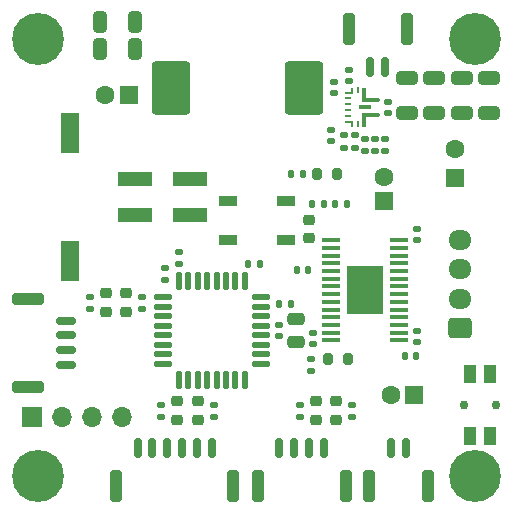
<source format=gbr>
%TF.GenerationSoftware,KiCad,Pcbnew,9.0.0*%
%TF.CreationDate,2025-08-20T08:39:56+02:00*%
%TF.ProjectId,SPARK,53504152-4b2e-46b6-9963-61645f706362,rev?*%
%TF.SameCoordinates,Original*%
%TF.FileFunction,Soldermask,Top*%
%TF.FilePolarity,Negative*%
%FSLAX46Y46*%
G04 Gerber Fmt 4.6, Leading zero omitted, Abs format (unit mm)*
G04 Created by KiCad (PCBNEW 9.0.0) date 2025-08-20 08:39:56*
%MOMM*%
%LPD*%
G01*
G04 APERTURE LIST*
G04 Aperture macros list*
%AMRoundRect*
0 Rectangle with rounded corners*
0 $1 Rounding radius*
0 $2 $3 $4 $5 $6 $7 $8 $9 X,Y pos of 4 corners*
0 Add a 4 corners polygon primitive as box body*
4,1,4,$2,$3,$4,$5,$6,$7,$8,$9,$2,$3,0*
0 Add four circle primitives for the rounded corners*
1,1,$1+$1,$2,$3*
1,1,$1+$1,$4,$5*
1,1,$1+$1,$6,$7*
1,1,$1+$1,$8,$9*
0 Add four rect primitives between the rounded corners*
20,1,$1+$1,$2,$3,$4,$5,0*
20,1,$1+$1,$4,$5,$6,$7,0*
20,1,$1+$1,$6,$7,$8,$9,0*
20,1,$1+$1,$8,$9,$2,$3,0*%
G04 Aperture macros list end*
%ADD10RoundRect,0.140000X0.170000X-0.140000X0.170000X0.140000X-0.170000X0.140000X-0.170000X-0.140000X0*%
%ADD11RoundRect,0.250000X-0.650000X0.325000X-0.650000X-0.325000X0.650000X-0.325000X0.650000X0.325000X0*%
%ADD12RoundRect,0.250000X0.475000X-0.250000X0.475000X0.250000X-0.475000X0.250000X-0.475000X-0.250000X0*%
%ADD13R,1.600000X1.600000*%
%ADD14C,1.600000*%
%ADD15RoundRect,0.150000X-0.150000X-0.700000X0.150000X-0.700000X0.150000X0.700000X-0.150000X0.700000X0*%
%ADD16RoundRect,0.250000X-0.250000X-1.100000X0.250000X-1.100000X0.250000X1.100000X-0.250000X1.100000X0*%
%ADD17RoundRect,0.135000X-0.135000X-0.185000X0.135000X-0.185000X0.135000X0.185000X-0.135000X0.185000X0*%
%ADD18RoundRect,0.218750X-0.256250X0.218750X-0.256250X-0.218750X0.256250X-0.218750X0.256250X0.218750X0*%
%ADD19RoundRect,0.135000X0.185000X-0.135000X0.185000X0.135000X-0.185000X0.135000X-0.185000X-0.135000X0*%
%ADD20RoundRect,0.100000X0.675000X0.100000X-0.675000X0.100000X-0.675000X-0.100000X0.675000X-0.100000X0*%
%ADD21R,3.100000X4.050000*%
%ADD22RoundRect,0.140000X0.140000X0.170000X-0.140000X0.170000X-0.140000X-0.170000X0.140000X-0.170000X0*%
%ADD23RoundRect,0.218750X0.256250X-0.218750X0.256250X0.218750X-0.256250X0.218750X-0.256250X-0.218750X0*%
%ADD24RoundRect,0.135000X-0.185000X0.135000X-0.185000X-0.135000X0.185000X-0.135000X0.185000X0.135000X0*%
%ADD25R,2.920000X1.270000*%
%ADD26R,1.650000X3.430000*%
%ADD27C,0.750000*%
%ADD28R,1.000000X1.550000*%
%ADD29RoundRect,0.125000X0.625000X0.125000X-0.625000X0.125000X-0.625000X-0.125000X0.625000X-0.125000X0*%
%ADD30RoundRect,0.125000X0.125000X0.625000X-0.125000X0.625000X-0.125000X-0.625000X0.125000X-0.625000X0*%
%ADD31R,1.700000X1.700000*%
%ADD32O,1.700000X1.700000*%
%ADD33RoundRect,0.200000X-0.200000X-0.275000X0.200000X-0.275000X0.200000X0.275000X-0.200000X0.275000X0*%
%ADD34RoundRect,0.062500X0.062500X-0.225000X0.062500X0.225000X-0.062500X0.225000X-0.062500X-0.225000X0*%
%ADD35RoundRect,0.056250X-0.293750X0.056250X-0.293750X-0.056250X0.293750X-0.056250X0.293750X0.056250X0*%
%ADD36RoundRect,0.062500X-0.062500X-0.212500X0.062500X-0.212500X0.062500X0.212500X-0.062500X0.212500X0*%
%ADD37RoundRect,0.100000X0.100000X-0.525000X0.100000X0.525000X-0.100000X0.525000X-0.100000X-0.525000X0*%
%ADD38RoundRect,0.100000X0.625000X-0.100000X0.625000X0.100000X-0.625000X0.100000X-0.625000X-0.100000X0*%
%ADD39RoundRect,0.100000X0.400000X-0.100000X0.400000X0.100000X-0.400000X0.100000X-0.400000X-0.100000X0*%
%ADD40RoundRect,0.062500X0.212500X-0.062500X0.212500X0.062500X-0.212500X0.062500X-0.212500X-0.062500X0*%
%ADD41C,0.700000*%
%ADD42C,4.400000*%
%ADD43RoundRect,0.090000X0.660000X0.360000X-0.660000X0.360000X-0.660000X-0.360000X0.660000X-0.360000X0*%
%ADD44RoundRect,0.225000X0.250000X-0.225000X0.250000X0.225000X-0.250000X0.225000X-0.250000X-0.225000X0*%
%ADD45RoundRect,0.135000X0.135000X0.185000X-0.135000X0.185000X-0.135000X-0.185000X0.135000X-0.185000X0*%
%ADD46RoundRect,0.250000X-1.375000X-2.000000X1.375000X-2.000000X1.375000X2.000000X-1.375000X2.000000X0*%
%ADD47RoundRect,0.250000X0.325000X0.650000X-0.325000X0.650000X-0.325000X-0.650000X0.325000X-0.650000X0*%
%ADD48RoundRect,0.140000X-0.170000X0.140000X-0.170000X-0.140000X0.170000X-0.140000X0.170000X0.140000X0*%
%ADD49RoundRect,0.150000X0.150000X0.700000X-0.150000X0.700000X-0.150000X-0.700000X0.150000X-0.700000X0*%
%ADD50RoundRect,0.250000X0.250000X1.100000X-0.250000X1.100000X-0.250000X-1.100000X0.250000X-1.100000X0*%
%ADD51RoundRect,0.150000X-0.700000X0.150000X-0.700000X-0.150000X0.700000X-0.150000X0.700000X0.150000X0*%
%ADD52RoundRect,0.250000X-1.100000X0.250000X-1.100000X-0.250000X1.100000X-0.250000X1.100000X0.250000X0*%
%ADD53RoundRect,0.250000X0.725000X-0.600000X0.725000X0.600000X-0.725000X0.600000X-0.725000X-0.600000X0*%
%ADD54O,1.950000X1.700000*%
%ADD55RoundRect,0.140000X-0.140000X-0.170000X0.140000X-0.170000X0.140000X0.170000X-0.140000X0.170000X0*%
G04 APERTURE END LIST*
D10*
%TO.C,C22*%
X-7450000Y22470000D03*
X-7450000Y23430000D03*
%TD*%
D11*
%TO.C,C8*%
X-5950000Y36175000D03*
X-5950000Y33225000D03*
%TD*%
D12*
%TO.C,C17*%
X-17700000Y13850000D03*
X-17700000Y15750000D03*
%TD*%
D13*
%TO.C,C1*%
X-31844887Y34700000D03*
D14*
X-33844887Y34700000D03*
%TD*%
D15*
%TO.C,J8*%
X-19075000Y4850000D03*
X-17825000Y4850000D03*
X-16575000Y4850000D03*
X-15325000Y4850000D03*
D16*
X-20925000Y1650000D03*
X-13475000Y1650000D03*
%TD*%
D13*
%TO.C,C23*%
X-7644887Y9350000D03*
D14*
X-9644887Y9350000D03*
%TD*%
D17*
%TO.C,R7*%
X-16310000Y25500000D03*
X-15290000Y25500000D03*
%TD*%
D11*
%TO.C,C7*%
X-8250000Y36175000D03*
X-8250000Y33225000D03*
%TD*%
D18*
%TO.C,LED5*%
X-26000000Y8787500D03*
X-26000000Y7212500D03*
%TD*%
%TO.C,LED2*%
X-16000000Y8787500D03*
X-16000000Y7212500D03*
%TD*%
D19*
%TO.C,R13*%
X-35100000Y16640000D03*
X-35100000Y17660000D03*
%TD*%
D20*
%TO.C,U3*%
X-8975000Y13975000D03*
X-8975000Y14625000D03*
X-8975000Y15275000D03*
X-8975000Y15925000D03*
X-8975000Y16575000D03*
X-8975000Y17225000D03*
X-8975000Y17875000D03*
X-8975000Y18525000D03*
X-8975000Y19175000D03*
X-8975000Y19825000D03*
X-8975000Y20475000D03*
X-8975000Y21125000D03*
X-8975000Y21775000D03*
X-8975000Y22425000D03*
X-14725000Y22425000D03*
X-14725000Y21775000D03*
X-14725000Y21125000D03*
X-14725000Y20475000D03*
X-14725000Y19825000D03*
X-14725000Y19175000D03*
X-14725000Y18525000D03*
X-14725000Y17875000D03*
X-14725000Y17225000D03*
X-14725000Y16575000D03*
X-14725000Y15925000D03*
X-14725000Y15275000D03*
X-14725000Y14625000D03*
X-14725000Y13975000D03*
D21*
X-11850000Y18200000D03*
%TD*%
D22*
%TO.C,C20*%
X-16620000Y19950000D03*
X-17580000Y19950000D03*
%TD*%
D10*
%TO.C,C4*%
X-13150000Y35920000D03*
X-13150000Y36880000D03*
%TD*%
D11*
%TO.C,C9*%
X-3650000Y36175000D03*
X-3650000Y33225000D03*
%TD*%
D19*
%TO.C,R12*%
X-30750000Y16640000D03*
X-30750000Y17660000D03*
%TD*%
D23*
%TO.C,LED7*%
X-33800000Y16362500D03*
X-33800000Y17937500D03*
%TD*%
D24*
%TO.C,R10*%
X-29100000Y8510000D03*
X-29100000Y7490000D03*
%TD*%
D25*
%TO.C,J4*%
X-31315000Y24600000D03*
X-31315000Y27600000D03*
X-26685000Y24600000D03*
X-26685000Y27600000D03*
D26*
X-36785000Y20715000D03*
X-36785000Y31485000D03*
%TD*%
D24*
%TO.C,R8*%
X-17337500Y8510000D03*
X-17337500Y7490000D03*
%TD*%
D17*
%TO.C,R14*%
X-21710000Y20450000D03*
X-20690000Y20450000D03*
%TD*%
D27*
%TO.C,SW1*%
X-725000Y8500000D03*
X-3475000Y8500000D03*
D28*
X-1250000Y11125000D03*
X-1250000Y5875000D03*
X-2950000Y11125000D03*
X-2950000Y5875000D03*
%TD*%
D29*
%TO.C,U2*%
X-20625000Y12000000D03*
X-20625000Y12800000D03*
X-20625000Y13600000D03*
X-20625000Y14400000D03*
X-20625000Y15200000D03*
X-20625000Y16000000D03*
X-20625000Y16800000D03*
X-20625000Y17600000D03*
D30*
X-22000000Y18975000D03*
X-22800000Y18975000D03*
X-23600000Y18975000D03*
X-24400000Y18975000D03*
X-25200000Y18975000D03*
X-26000000Y18975000D03*
X-26800000Y18975000D03*
X-27600000Y18975000D03*
D29*
X-28975000Y17600000D03*
X-28975000Y16800000D03*
X-28975000Y16000000D03*
X-28975000Y15200000D03*
X-28975000Y14400000D03*
X-28975000Y13600000D03*
X-28975000Y12800000D03*
X-28975000Y12000000D03*
D30*
X-27600000Y10625000D03*
X-26800000Y10625000D03*
X-26000000Y10625000D03*
X-25200000Y10625000D03*
X-24400000Y10625000D03*
X-23600000Y10625000D03*
X-22800000Y10625000D03*
X-22000000Y10625000D03*
%TD*%
D24*
%TO.C,R3*%
X-10100000Y31010000D03*
X-10100000Y29990000D03*
%TD*%
D18*
%TO.C,LED3*%
X-14250000Y8787500D03*
X-14250000Y7212500D03*
%TD*%
D31*
%TO.C,J6*%
X-40000000Y7500000D03*
D32*
X-37460000Y7500000D03*
X-34920000Y7500000D03*
X-32380000Y7500000D03*
%TD*%
D33*
%TO.C,TH2*%
X-15875000Y28050000D03*
X-14225000Y28050000D03*
%TD*%
D15*
%TO.C,J1*%
X-9625000Y4850000D03*
X-8375000Y4850000D03*
D16*
X-11475000Y1650000D03*
X-6525000Y1650000D03*
%TD*%
D10*
%TO.C,C13*%
X-14700000Y30820000D03*
X-14700000Y31780000D03*
%TD*%
D15*
%TO.C,J5*%
X-31075000Y4850000D03*
X-29825000Y4850000D03*
X-28575000Y4850000D03*
X-27325000Y4850000D03*
X-26075000Y4850000D03*
X-24825000Y4850000D03*
D16*
X-32925000Y1650000D03*
X-22975000Y1650000D03*
%TD*%
D34*
%TO.C,U1*%
X-12950000Y32287500D03*
D35*
X-13175000Y32462500D03*
D36*
X-12450000Y32275000D03*
D37*
X-11875000Y32625000D03*
D38*
X-11350000Y33050000D03*
D39*
X-11825000Y33700000D03*
D38*
X-11350000Y34350000D03*
D37*
X-11875000Y34775000D03*
D36*
X-12450000Y35125000D03*
D35*
X-13175000Y34937500D03*
D34*
X-12950000Y35112500D03*
D40*
X-13250000Y34450000D03*
X-13250000Y33950000D03*
X-13250000Y33450000D03*
X-13250000Y32950000D03*
%TD*%
D41*
%TO.C,H4*%
X-4150000Y39500000D03*
X-3666726Y40666726D03*
X-3666726Y38333274D03*
X-2500000Y41150000D03*
D42*
X-2500000Y39500000D03*
D41*
X-2500000Y37850000D03*
X-1333274Y40666726D03*
X-1333274Y38333274D03*
X-850000Y39500000D03*
%TD*%
D43*
%TO.C,LED1*%
X-18550000Y22450000D03*
X-18550000Y25750000D03*
X-23450000Y25750000D03*
X-23450000Y22450000D03*
%TD*%
D24*
%TO.C,R9*%
X-12937500Y8510000D03*
X-12937500Y7490000D03*
%TD*%
D17*
%TO.C,R6*%
X-14410000Y25500000D03*
X-13390000Y25500000D03*
%TD*%
D41*
%TO.C,H1*%
X-41150000Y2500000D03*
X-40666726Y3666726D03*
X-40666726Y1333274D03*
X-39500000Y4150000D03*
D42*
X-39500000Y2500000D03*
D41*
X-39500000Y850000D03*
X-38333274Y3666726D03*
X-38333274Y1333274D03*
X-37850000Y2500000D03*
%TD*%
D44*
%TO.C,C25*%
X-16550000Y22625000D03*
X-16550000Y24175000D03*
%TD*%
D19*
%TO.C,R1*%
X-13600000Y30290000D03*
X-13600000Y31310000D03*
%TD*%
D45*
%TO.C,R5*%
X-17090000Y28050000D03*
X-18110000Y28050000D03*
%TD*%
D46*
%TO.C,L1*%
X-28225000Y35350000D03*
X-16975000Y35350000D03*
%TD*%
D47*
%TO.C,C2*%
X-31325000Y40900000D03*
X-34275000Y40900000D03*
%TD*%
D48*
%TO.C,C15*%
X-11800000Y30980000D03*
X-11800000Y30020000D03*
%TD*%
D10*
%TO.C,C16*%
X-19150000Y14320000D03*
X-19150000Y15280000D03*
%TD*%
D24*
%TO.C,R4*%
X-16425000Y12360000D03*
X-16425000Y11340000D03*
%TD*%
D49*
%TO.C,J2*%
X-10125000Y37150000D03*
X-11375000Y37150000D03*
D50*
X-8275000Y40350000D03*
X-13225000Y40350000D03*
%TD*%
D51*
%TO.C,J7*%
X-37150000Y15625000D03*
X-37150000Y14375000D03*
X-37150000Y13125000D03*
X-37150000Y11875000D03*
D52*
X-40350000Y17475000D03*
X-40350000Y10025000D03*
%TD*%
D48*
%TO.C,C19*%
X-7450000Y14780000D03*
X-7450000Y13820000D03*
%TD*%
D53*
%TO.C,J3*%
X-3800000Y15000000D03*
D54*
X-3800000Y17500000D03*
X-3800000Y20000000D03*
X-3800000Y22500000D03*
%TD*%
D10*
%TO.C,C5*%
X-14450000Y34870000D03*
X-14450000Y35830000D03*
%TD*%
D24*
%TO.C,R15*%
X-27600000Y21460000D03*
X-27600000Y20440000D03*
%TD*%
D13*
%TO.C,C12*%
X-4250000Y27667620D03*
D14*
X-4250000Y30167620D03*
%TD*%
D23*
%TO.C,LED6*%
X-32050000Y16362500D03*
X-32050000Y17937500D03*
%TD*%
D33*
%TO.C,TH1*%
X-14950000Y12350000D03*
X-13300000Y12350000D03*
%TD*%
D48*
%TO.C,C24*%
X-16250000Y14580000D03*
X-16250000Y13620000D03*
%TD*%
D11*
%TO.C,C10*%
X-1350000Y36175000D03*
X-1350000Y33225000D03*
%TD*%
D48*
%TO.C,C14*%
X-10950000Y30980000D03*
X-10950000Y30020000D03*
%TD*%
D47*
%TO.C,C3*%
X-31325000Y38600000D03*
X-34275000Y38600000D03*
%TD*%
D24*
%TO.C,R16*%
X-28750000Y20110000D03*
X-28750000Y19090000D03*
%TD*%
D13*
%TO.C,C11*%
X-10250000Y25794887D03*
D14*
X-10250000Y27794887D03*
%TD*%
D22*
%TO.C,C21*%
X-7520000Y12600000D03*
X-8480000Y12600000D03*
%TD*%
D55*
%TO.C,C18*%
X-19080000Y17000000D03*
X-18120000Y17000000D03*
%TD*%
D24*
%TO.C,R11*%
X-24650000Y8510000D03*
X-24650000Y7490000D03*
%TD*%
D41*
%TO.C,H3*%
X-41150000Y39500000D03*
X-40666726Y40666726D03*
X-40666726Y38333274D03*
X-39500000Y41150000D03*
D42*
X-39500000Y39500000D03*
D41*
X-39500000Y37850000D03*
X-38333274Y40666726D03*
X-38333274Y38333274D03*
X-37850000Y39500000D03*
%TD*%
D18*
%TO.C,LED4*%
X-27750000Y8787500D03*
X-27750000Y7212500D03*
%TD*%
D41*
%TO.C,H2*%
X-4150000Y2500000D03*
X-3666726Y3666726D03*
X-3666726Y1333274D03*
X-2500000Y4150000D03*
D42*
X-2500000Y2500000D03*
D41*
X-2500000Y850000D03*
X-1333274Y3666726D03*
X-1333274Y1333274D03*
X-850000Y2500000D03*
%TD*%
D48*
%TO.C,C6*%
X-9900000Y34180000D03*
X-9900000Y33220000D03*
%TD*%
D24*
%TO.C,R2*%
X-12700000Y31310000D03*
X-12700000Y30290000D03*
%TD*%
M02*

</source>
